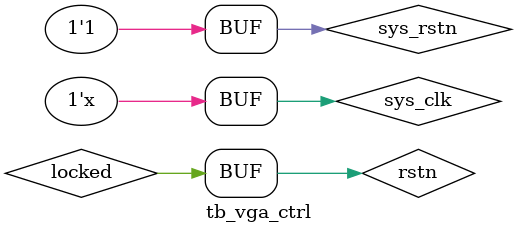
<source format=v>
`timescale 1ns/1ns
module tb_vga_ctrl();

reg sys_clk;
reg sys_rstn;
reg [2:0] pix_data;

wire vga_clk;
wire locked;
wire rstn;

wire [10:0] pix_x;
wire [10:0] pix_y;
wire hsync;
wire vsync;
wire [2:0] vga_rgb;

initial begin
    sys_clk=1'b1;
    sys_rstn<=1'b0;
    #20
    sys_rstn<=1'b1;
end

always #10 sys_clk=~sys_clk;

assign rstn=(sys_rstn && locked);

always@(posedge vga_clk or negedge sys_rstn)
    if(sys_rstn==1'b0)
        pix_data<=16'h0000;
    else if (pix_x>=11'd0 && pix_x<11'd800  && pix_y>=11'd0 && pix_y<11'd600)
        pix_data<=3'h111;
    else
        pix_data<=3'h000;


clk_gen	clk_gen_inst (
	.areset ( ~sys_rstn ),
	.inclk0 ( sys_clk ),
	.c0 ( vga_clk ),
	.locked ( locked )
	);

vga_ctrl vga_ctrl_inst(
    .vga_clk(vga_clk),
    .sys_rstn(rstn),
    .pix_data(pix_data),
    .pix_x(pix_x),
    .pix_y(pix_y),
    .hsync(hsync),
    .vsync(vsync),
    .vga_rgb(vga_rgb)
);

endmodule


</source>
